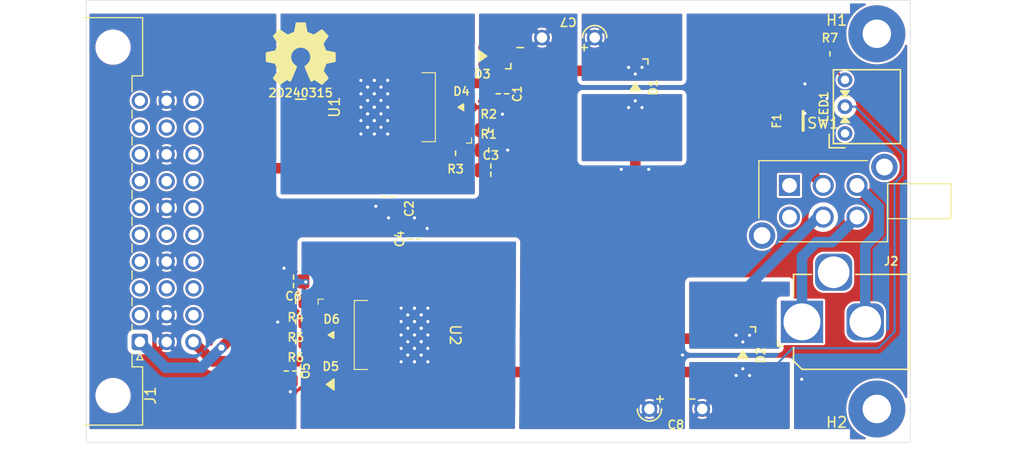
<source format=kicad_pcb>
(kicad_pcb (version 20221018) (generator pcbnew)
  (layers (0 "F.Cu" mixed) (31 "B.Cu" mixed) (34 "B.Paste" user) (35 "F.Paste" user) (36 "B.SilkS" user "B.Silkscreen") (37 "F.SilkS" user "F.Silkscreen") (38 "B.Mask" user) (39 "F.Mask" user) (44 "Edge.Cuts" user))
  (net 0 "")
  (net 1 "/V+")
  (net 2 "/5V")
  (net 10 "GND")
  (net 15 "/V-")
  (net 16 "/Vaux")
  (net 18 "/DC1p")
  (net 19 "Net-(D4-A)")
  (net 20 "/DC1n")
  (net 21 "Net-(D6-K)")
  (net 22 "/AC1_PHASE")
  (net 23 "Net-(SW1-SW1_C1)")
  (net 24 "/AC_PHASE1_IN")
  (net 25 "/AC_NEUT_IN")
  (net 30 "/SBP")
  (net 31 "/DI09")
  (net 32 "/DI10")
  (net 33 "/DI11")
  (net 34 "/DI12")
  (net 35 "/DI13")
  (net 36 "/SBN")
  (net 38 "Net-(LED1-A2)")
  (footprint "SquantorLabels:Label_Generic" (layer "F.Cu") (at 118.11 88.155)
    (fp_text reference "N1" hide)
    (fp_text value "20240315" (at 0 0) (layer "F.SilkS") (effects (font (size 0.8 0.8))))
  )
  (footprint "Symbol:OSHW-Symbol_6.7x6mm_SilkScreen" (layer "F.Cu") (at 118.11 84.455)
    (fp_text reference "N2" hide)
    (fp_text value "OHWLOGO" hide)
  )
  (footprint "SquantorCapacitor:C-050-100-elco-lying" (layer "F.Cu") (at 153.67 118.11)
    (fp_text reference "C8" (at 0 1.5 unlocked) (layer "F.SilkS") (effects (font (size 0.8 0.8))))
    (fp_text value "100uF")
    (fp_text user "+" (at -1.5 -1 unlocked) (layer "F.SilkS") (effects (font (size 0.8 0.8))))
    (fp_text user "-" (at 1.5 -1 unlocked) (layer "F.SilkS") (effects (font (size 0.8 0.8))))
    (pad "1" thru_hole circle (at -2.5 0) (size 1.5 1.5) (drill 1) (layers "*.Cu" "*.Mask") (net 10 "GND"))
    (pad "2" thru_hole circle (at 2.5 0) (size 1.5 1.5) (drill 1) (layers "*.Cu" "*.Mask") (net 20 "/DC1n"))
  )
  (footprint "SquantorResistor:R_0805+0603" (layer "F.Cu") (at 168.275 84.455)
    (fp_text reference "R7" (at 0 -1.5) (layer "F.SilkS") (effects (font (size 0.8 0.8))))
    (fp_text value "4K7")
    (pad "1" smd roundrect (at -0.775 0) (size 1.05 1.3) (layers "F.Cu" "F.Paste" "F.Mask") (net 18 "/DC1p"))
    (pad "2" smd roundrect (at 0.775 0) (size 1.05 1.3) (layers "F.Cu" "F.Paste" "F.Mask") (net 38 "Net-(LED1-A2)"))
  )
  (footprint "SquantorCapacitor:C-050-100-elco-lying" (layer "F.Cu") (at 143.48 82.9175 180)
    (fp_text reference "C7" (at 0 1.5 180 unlocked) (layer "F.SilkS") (effects (font (size 0.8 0.8))))
    (fp_text value "100uF")
    (fp_text user "-" (at 4.565 -1 180 unlocked) (layer "F.SilkS") (effects (font (size 0.8 0.8))))
    (fp_text user "+" (at -1.5 -1 180 unlocked) (layer "F.SilkS") (effects (font (size 0.8 0.8))))
    (pad "1" thru_hole circle (at -2.5 0 180) (size 1.5 1.5) (drill 1) (layers "*.Cu" "*.Mask") (net 18 "/DC1p"))
    (pad "2" thru_hole circle (at 2.5 0 180) (size 1.5 1.5) (drill 1) (layers "*.Cu" "*.Mask") (net 10 "GND"))
  )
  (footprint "SquantorResistor:R_0805+0603" (layer "F.Cu") (at 132.795 93.875 180)
    (fp_text reference "R3" (at 0 -1.5) (layer "F.SilkS") (effects (font (size 0.8 0.8))))
    (fp_text value "240")
    (pad "1" smd roundrect (at -0.775 0 180) (size 1.05 1.3) (layers "F.Cu" "F.Paste" "F.Mask") (net 19 "Net-(D4-A)"))
    (pad "2" smd roundrect (at 0.775 0 180) (size 1.05 1.3) (layers "F.Cu" "F.Paste" "F.Mask") (net 1 "/V+"))
  )
  (footprint "MountingHole:MountingHole_2.7mm_M2.5_Pad" (layer "F.Cu") (at 172.72 118.11)
    (fp_text reference "H2" (at -3.81 1.27) (layer "F.SilkS"))
    (fp_text value "MountingHole")
    (pad "1" thru_hole circle (at 0 0) (size 5.4 5.4) (drill 2.7) (layers "*.Cu" "*.Mask"))
  )
  (footprint "SquantorCapacitor:C_0805+0603" (layer "F.Cu") (at 117.435 106.02 180)
    (fp_text reference "C6" (at 0 -1.4) (layer "F.SilkS") (effects (font (size 0.8 0.8))))
    (fp_text value "10u")
    (pad "1" smd roundrect (at -0.925 0 180) (size 1.15 1.35) (layers "F.Cu" "F.Paste" "F.Mask") (roundrect_rratio 0.2) (net 21 "Net-(D6-K)"))
    (pad "2" smd roundrect (at 0.925 0 180) (size 1.15 1.35) (layers "F.Cu" "F.Paste" "F.Mask") (roundrect_rratio 0.2) (net 10 "GND"))
  )
  (footprint "SquantorIC:TO-252_D-PAK_IRF" (layer "F.Cu") (at 128.265 111.1 -90)
    (fp_text reference "U2" (at 0 -4.5 -90 unlocked) (layer "F.SilkS"))
    (fp_text value "LM337")
    (pad "1" smd roundrect (at -2.3 6.9 270) (size 1.5 2.5) (layers "F.Cu" "F.Paste" "F.Mask") (roundrect_rratio 0.1) (net 21 "Net-(D6-K)"))
    (pad "2" smd roundrect (at 0 0 270) (size 7 7) (layers "F.Cu" "F.Paste" "F.Mask") (roundrect_rratio 0.02857142857) (net 20 "/DC1n"))
    (pad "3" smd roundrect (at 2.3 6.9 270) (size 1.5 2.5) (layers "F.Cu" "F.Paste" "F.Mask") (roundrect_rratio 0.1) (net 15 "/V-"))
  )
  (footprint "SquantorConnectors:DIN41612_C3_3x10_Male_Horizontal_THT" (layer "F.Cu") (at 102.87 111.76 90)
    (fp_text reference "J1" (at -5.08 1 90) (layer "F.SilkS"))
    (fp_text value "~")
    (pad "" np_thru_hole circle (at -5.08 -2.54 90) (size 2.85 2.85) (drill 2.85) (layers "*.Cu" "*.Mask"))
    (pad "" np_thru_hole circle (at 27.94 -2.54 90) (size 2.85 2.85) (drill 2.85) (layers "*.Cu" "*.Mask"))
    (pad "A1" thru_hole roundrect (at 0 0 90) (size 1.55 1.55) (drill 1) (layers "*.Cu" "*.Mask") (roundrect_rratio 0.16129) (net 1 "/V+"))
    (pad "A2" thru_hole circle (at 2.54 0 90) (size 1.55 1.55) (drill 1) (layers "*.Cu" "*.Mask") (net 2 "/5V"))
    (pad "A3" thru_hole circle (at 5.08 0 90) (size 1.55 1.55) (drill 1) (layers "*.Cu" "*.Mask"))
    (pad "A4" thru_hole circle (at 7.62 0 90) (size 1.55 1.55) (drill 1) (layers "*.Cu" "*.Mask"))
    (pad "A5" thru_hole circle (at 10.16 0 90) (size 1.55 1.55) (drill 1) (layers "*.Cu" "*.Mask"))
    (pad "A6" thru_hole circle (at 12.7 0 90) (size 1.55 1.55) (drill 1) (layers "*.Cu" "*.Mask"))
    (pad "A7" thru_hole circle (at 15.24 0 90) (size 1.55 1.55) (drill 1) (layers "*.Cu" "*.Mask"))
    (pad "A8" thru_hole circle (at 17.78 0 90) (size 1.55 1.55) (drill 1) (layers "*.Cu" "*.Mask"))
    (pad "A9" thru_hole circle (at 20.32 0 90) (size 1.55 1.55) (drill 1) (layers "*.Cu" "*.Mask"))
    (pad "A10" thru_hole circle (at 22.86 0 90) (size 1.55 1.55) (drill 1) (layers "*.Cu" "*.Mask") (net 30 "/SBP"))
    (pad "B1" thru_hole circle (at 0 2.54 90) (size 1.55 1.55) (drill 1) (layers "*.Cu" "*.Mask") (net 10 "GND"))
    (pad "B2" thru_hole circle (at 2.54 2.54 90) (size 1.55 1.55) (drill 1) (layers "*.Cu" "*.Mask") (net 10 "GND"))
    (pad "B3" thru_hole circle (at 5.08 2.54 90) (size 1.55 1.55) (drill 1) (layers "*.Cu" "*.Mask"))
    (pad "B4" thru_hole circle (at 7.62 2.54 90) (size 1.55 1.55) (drill 1) (layers "*.Cu" "*.Mask") (net 10 "GND"))
    (pad "B5" thru_hole circle (at 10.16 2.54 90) (size 1.55 1.55) (drill 1) (layers "*.Cu" "*.Mask"))
    (pad "B6" thru_hole circle (at 12.7 2.54 90) (size 1.55 1.55) (drill 1) (layers "*.Cu" "*.Mask") (net 10 "GND"))
    (pad "B7" thru_hole circle (at 15.24 2.54 90) (size 1.55 1.55) (drill 1) (layers "*.Cu" "*.Mask"))
    (pad "B8" thru_hole circle (at 17.78 2.54 90) (size 1.55 1.55) (drill 1) (layers "*.Cu" "*.Mask") (net 10 "GND"))
    (pad "B9" thru_hole circle (at 20.32 2.54 90) (size 1.55 1.55) (drill 1) (layers "*.Cu" "*.Mask"))
    (pad "B10" thru_hole circle (at 22.86 2.54 90) (size 1.55 1.55) (drill 1) (layers "*.Cu" "*.Mask") (net 10 "GND"))
    (pad "C1" thru_hole circle (at 0 5.08 90) (size 1.55 1.55) (drill 1) (layers "*.Cu" "*.Mask") (net 15 "/V-"))
    (pad "C2" thru_hole circle (at 2.54 5.08 90) (size 1.55 1.55) (drill 1) (layers "*.Cu" "*.Mask") (net 16 "/Vaux"))
    (pad "C3" thru_hole circle (at 5.08 5.08 90) (size 1.55 1.55) (drill 1) (layers "*.Cu" "*.Mask"))
    (pad "C4" thru_hole circle (at 7.62 5.08 90) (size 1.55 1.55) (drill 1) (layers "*.Cu" "*.Mask"))
    (pad "C5" thru_hole circle (at 10.16 5.08 90) (size 1.55 1.55) (drill 1) (layers "*.Cu" "*.Mask") (net 31 "/DI09"))
    (pad "C6" thru_hole circle (at 12.7 5.08 90) (size 1.55 1.55) (drill 1) (layers "*.Cu" "*.Mask") (net 32 "/DI10"))
    (pad "C7" thru_hole circle (at 15.24 5.08 90) (size 1.55 1.55) (drill 1) (layers "*.Cu" "*.Mask") (net 33 "/DI11"))
    (pad "C8" thru_hole circle (at 17.78 5.08 90) (size 1.55 1.55) (drill 1) (layers "*.Cu" "*.Mask") (net 34 "/DI12"))
    (pad "C9" thru_hole circle (at 20.32 5.08 90) (size 1.55 1.55) (drill 1) (layers "*.Cu" "*.Mask") (net 35 "/DI13"))
    (pad "C10" thru_hole circle (at 22.86 5.08 90) (size 1.55 1.55) (drill 1) (layers "*.Cu" "*.Mask") (net 36 "/SBN"))
  )
  (footprint "SquantorDiodes:SOD-123F-hand" (layer "F.Cu") (at 120.9625 115.785)
    (fp_text reference "D5" (at 0 -1.7) (layer "F.SilkS") (effects (font (size 0.8 0.8))))
    (fp_text value "D")
    (pad "1" smd roundrect (at -1.58 0) (size 1.64 1.8) (layers "F.Cu" "F.Paste" "F.Mask") (roundrect_rratio 0.2) (net 15 "/V-"))
    (pad "2" smd roundrect (at 1.58 0) (size 1.64 1.8) (layers "F.Cu" "F.Paste" "F.Mask") (roundrect_rratio 0.2) (net 20 "/DC1n"))
  )
  (footprint "SquantorConnectors:BarrelJack_Horizontal_Holed" (layer "F.Cu") (at 165.625 109.855 180)
    (fp_text reference "J2" (at -8.45 5.75) (layer "F.SilkS") (effects (font (size 0.8 0.8))))
    (fp_text value "Jack-DC")
    (pad "1" thru_hole rect (at 0 0 180) (size 4 4) (drill 3.5) (layers "*.Cu" "*.Mask") (net 24 "/AC_PHASE1_IN"))
    (pad "2" thru_hole roundrect (at -6 0 180) (size 3.54 3.5) (drill 3) (layers "*.Cu" "*.Mask") (net 25 "/AC_NEUT_IN"))
    (pad "3" thru_hole roundrect (at -3 4.7 180) (size 3.5 3.5) (drill 3) (layers "*.Cu" "*.Mask"))
  )
  (footprint "SquantorResistor:R_0805+0603" (layer "F.Cu") (at 117.6475 109.83 180)
    (fp_text reference "R5" (at 0 -1.5) (layer "F.SilkS") (effects (font (size 0.8 0.8))))
    (fp_text value "R")
    (pad "1" smd roundrect (at -0.775 0 180) (size 1.05 1.3) (layers "F.Cu" "F.Paste" "F.Mask") (net 21 "Net-(D6-K)"))
    (pad "2" smd roundrect (at 0.775 0 180) (size 1.05 1.3) (layers "F.Cu" "F.Paste" "F.Mask") (net 10 "GND"))
  )
  (footprint "SquantorDiodes:SOD-123F-hand" (layer "F.Cu") (at 149.83 87.64 -90)
    (fp_text reference "D1" (at 0 -1.7 90) (layer "F.SilkS") (effects (font (size 0.8 0.8))))
    (fp_text value "D")
    (pad "1" smd roundrect (at -1.58 0 270) (size 1.64 1.8) (layers "F.Cu" "F.Paste" "F.Mask") (roundrect_rratio 0.2) (net 18 "/DC1p"))
    (pad "2" smd roundrect (at 1.58 0 270) (size 1.64 1.8) (layers "F.Cu" "F.Paste" "F.Mask") (roundrect_rratio 0.2) (net 22 "/AC1_PHASE"))
  )
  (footprint "SquantorDiodes:SOD-123F-hand" (layer "F.Cu") (at 135.335 84.67 180)
    (fp_text reference "D3" (at 0 -1.7) (layer "F.SilkS") (effects (font (size 0.8 0.8))))
    (fp_text value "D")
    (pad "1" smd roundrect (at -1.58 0 180) (size 1.64 1.8) (layers "F.Cu" "F.Paste" "F.Mask") (roundrect_rratio 0.2) (net 18 "/DC1p"))
    (pad "2" smd roundrect (at 1.58 0 180) (size 1.64 1.8) (layers "F.Cu" "F.Paste" "F.Mask") (roundrect_rratio 0.2) (net 1 "/V+"))
  )
  (footprint "SquantorResistor:R_0805+0603" (layer "F.Cu") (at 117.6475 111.735 180)
    (fp_text reference "R6" (at 0 -1.5) (layer "F.SilkS") (effects (font (size 0.8 0.8))))
    (fp_text value "240")
    (pad "1" smd roundrect (at -0.775 0 180) (size 1.05 1.3) (layers "F.Cu" "F.Paste" "F.Mask") (net 21 "Net-(D6-K)"))
    (pad "2" smd roundrect (at 0.775 0 180) (size 1.05 1.3) (layers "F.Cu" "F.Paste" "F.Mask") (net 15 "/V-"))
  )
  (footprint "SquantorCapacitor:C_0805+0603" (layer "F.Cu") (at 126.435 98 -90)
    (fp_text reference "C2" (at 1.125 -1.965 90) (layer "F.SilkS") (effects (font (size 0.8 0.8))))
    (fp_text value "1u")
    (pad "1" smd roundrect (at -0.925 0 270) (size 1.15 1.35) (layers "F.Cu" "F.Paste" "F.Mask") (roundrect_rratio 0.2) (net 1 "/V+"))
    (pad "2" smd roundrect (at 0.925 0 270) (size 1.15 1.35) (layers "F.Cu" "F.Paste" "F.Mask") (roundrect_rratio 0.2) (net 10 "GND"))
  )
  (footprint "SquantorRcl:F_1812-bourns" (layer "F.Cu") (at 165.735 90.805 90)
    (fp_text reference "F1" (at 0 -2.5 90 unlocked) (layer "F.SilkS") (effects (font (size 0.8 0.8))))
    (fp_text value "Fuse")
    (pad "1" smd roundrect (at -2.1 0 90) (size 1.5 3.2) (layers "F.Cu" "F.Paste" "F.Mask") (roundrect_rratio 0.2) (net 23 "Net-(SW1-SW1_C1)"))
    (pad "2" smd roundrect (at 2.1 0 90) (size 1.5 3.2) (layers "F.Cu" "F.Paste" "F.Mask") (roundrect_rratio 0.2) (net 10 "GND"))
  )
  (footprint "SquantorDiodes:SOD-323-nexperia-hand" (layer "F.Cu") (at 133.345 89.51)
    (fp_text reference "D4" (at 0 -1.5 unlocked) (layer "F.SilkS") (effects (font (size 0.8 0.8))))
    (fp_text value "D")
    (pad "1" smd roundrect (at -1.05 0) (size 0.8 0.8) (layers "F.Cu" "F.Paste" "F.Mask") (roundrect_rratio 0.2) (net 1 "/V+"))
    (pad "2" smd roundrect (at 1.05 0) (size 0.8 0.8) (layers "F.Cu" "F.Paste" "F.Mask") (roundrect_rratio 0.2) (net 19 "Net-(D4-A)"))
  )
  (footprint "SquantorCapacitor:C_0805+0603" (layer "F.Cu") (at 137.24 88.24 -90)
    (fp_text reference "C1" (at 0 -1.4 90) (layer "F.SilkS") (effects (font (size 0.8 0.8))))
    (fp_text value "1u")
    (pad "1" smd roundrect (at -0.925 0 270) (size 1.15 1.35) (layers "F.Cu" "F.Paste" "F.Mask") (roundrect_rratio 0.2) (net 18 "/DC1p"))
    (pad "2" smd roundrect (at 0.925 0 270) (size 1.15 1.35) (layers "F.Cu" "F.Paste" "F.Mask") (roundrect_rratio 0.2) (net 10 "GND"))
  )
  (footprint "SquantorIC:TO-252_D-PAK_IRF" (layer "F.Cu") (at 125.81 89.51 90)
    (fp_text reference "U1" (at 0 -4.5 90 unlocked) (layer "F.SilkS"))
    (fp_text value "LM317")
    (pad "1" smd roundrect (at -2.3 6.9 90) (size 1.5 2.5) (layers "F.Cu" "F.Paste" "F.Mask") (roundrect_rratio 0.1) (net 19 "Net-(D4-A)"))
    (pad "2" smd roundrect (at 0 0 90) (size 7 7) (layers "F.Cu" "F.Paste" "F.Mask") (roundrect_rratio 0.02857142857) (net 1 "/V+"))
    (pad "3" smd roundrect (at 2.3 6.9 90) (size 1.5 2.5) (layers "F.Cu" "F.Paste" "F.Mask") (roundrect_rratio 0.1) (net 18 "/DC1p"))
  )
  (footprint "SquantorSwitches:PS-22F02" (layer "F.Cu") (at 167.64 98.425)
    (fp_text reference "SW1" (at 0 -7.4 unlocked) (layer "F.SilkS"))
    (fp_text value "switch_DPDT")
    (pad "1" thru_hole rect (at -3.2 -1.5) (size 2 2) (drill 1.4) (layers "*.Cu" "*.Mask"))
    (pad "2" thru_hole circle (at 0 -1.5) (size 2 2) (drill 1.4) (layers "*.Cu" "*.Mask") (net 23 "Net-(SW1-SW1_C1)"))
    (pad "3" thru_hole circle (at 3.2 -1.5) (size 2 2) (drill 1.4) (layers "*.Cu" "*.Mask") (net 25 "/AC_NEUT_IN"))
    (pad "4" thru_hole circle (at 3.2 1.5) (size 2 2) (drill 1.4) (layers "*.Cu" "*.Mask") (net 24 "/AC_PHASE1_IN"))
    (pad "5" thru_hole circle (at 0 1.5) (size 2 2) (drill 1.4) (layers "*.Cu" "*.Mask") (net 22 "/AC1_PHASE"))
    (pad "6" thru_hole circle (at -3.2 1.5) (size 2 2) (drill 1.4) (layers "*.Cu" "*.Mask"))
    (pad "S" thru_hole circle (at -5.8 3.25) (size 2.5 2.5) (drill 1.6) (layers "*.Cu" "*.Mask"))
    (pad "S" thru_hole circle (at 5.8 -3.25) (size 2.5 2.5) (drill 1.6) (layers "*.Cu" "*.Mask"))
  )
  (footprint "SquantorCapacitor:C_0805+0603" (layer "F.Cu") (at 117.1525 114.515 -90)
    (fp_text reference "C5" (at 0 -1.4 90) (layer "F.SilkS") (effects (font (size 0.8 0.8))))
    (fp_text value "1u")
    (pad "1" smd roundrect (at -0.925 0 270) (size 1.15 1.35) (layers "F.Cu" "F.Paste" "F.Mask") (roundrect_rratio 0.2) (net 15 "/V-"))
    (pad "2" smd roundrect (at 0.925 0 270) (size 1.15 1.35) (layers "F.Cu" "F.Paste" "F.Mask") (roundrect_rratio 0.2) (net 10 "GND"))
  )
  (footprint "MountingHole:MountingHole_2.7mm_M2.5_Pad" (layer "F.Cu") (at 172.72 82.55)
    (fp_text reference "H1" (at -3.81 -1.27) (layer "F.SilkS"))
    (fp_text value "MountingHole")
    (pad "1" thru_hole circle (at 0 0) (size 5.4 5.4) (drill 2.7) (layers "*.Cu" "*.Mask"))
  )
  (footprint "SquantorCapacitor:C_0805+0603" (layer "F.Cu") (at 136.135 95.475)
    (fp_text reference "C3" (at 0 -1.4) (layer "F.SilkS") (effects (font (size 0.8 0.8))))
    (fp_text value "10u")
    (pad "1" smd roundrect (at -0.925 0) (size 1.15 1.35) (layers "F.Cu" "F.Paste" "F.Mask") (roundrect_rratio 0.2) (net 19 "Net-(D4-A)"))
    (pad "2" smd roundrect (at 0.925 0) (size 1.15 1.35) (layers "F.Cu" "F.Paste" "F.Mask") (roundrect_rratio 0.2) (net 10 "GND"))
  )
  (footprint "SquantorDiodes:LED_DUAL_TH245_90deg" (layer "F.Cu") (at 169.7025 89.46 90)
    (fp_text reference "LED1" (at 0 -2 90 unlocked) (layer "F.SilkS") (effects (font (size 0.8 0.8))))
    (fp_text value "LED_Dual_CC")
    (pad "1" thru_hole circle (at -2.54 0 90) (size 1.4 1.4) (drill 0.8) (layers "*.Cu" "*.Mask"))
    (pad "2" thru_hole circle (at 0 0 90) (size 1.4 1.4) (drill 0.8) (layers "*.Cu" "*.Mask") (net 20 "/DC1n"))
    (pad "3" thru_hole circle (at 2.54 0 90) (size 1.4 1.4) (drill 0.8) (layers "*.Cu" "*.Mask") (net 38 "Net-(LED1-A2)"))
  )
  (footprint "SquantorResistor:R_0805+0603" (layer "F.Cu") (at 135.935 91.675)
    (fp_text reference "R2" (at 0 -1.5) (layer "F.SilkS") (effects (font (size 0.8 0.8))))
    (fp_text value "R")
    (pad "1" smd roundrect (at -0.775 0) (size 1.05 1.3) (layers "F.Cu" "F.Paste" "F.Mask") (net 19 "Net-(D4-A)"))
    (pad "2" smd roundrect (at 0.775 0) (size 1.05 1.3) (layers "F.Cu" "F.Paste" "F.Mask") (net 10 "GND"))
  )
  (footprint "SquantorDiodes:SOD-123F-hand" (layer "F.Cu") (at 160.02 113.03 -90)
    (fp_text reference "D2" (at 0 -1.7 90) (layer "F.SilkS") (effects (font (size 0.8 0.8))))
    (fp_text value "D")
    (pad "1" smd roundrect (at -1.58 0 270) (size 1.64 1.8) (layers "F.Cu" "F.Paste" "F.Mask") (roundrect_rratio 0.2) (net 22 "/AC1_PHASE"))
    (pad "2" smd roundrect (at 1.58 0 270) (size 1.64 1.8) (layers "F.Cu" "F.Paste" "F.Mask") (roundrect_rratio 0.2) (net 20 "/DC1n"))
  )
  (footprint "SquantorCapacitor:C_0805+0603" (layer "F.Cu") (at 128.9 102 90)
    (fp_text reference "C4" (at 0 -1.4 90) (layer "F.SilkS") (effects (font (size 0.8 0.8))))
    (fp_text value "1u")
    (pad "1" smd roundrect (at -0.925 0 90) (size 1.15 1.35) (layers "F.Cu" "F.Paste" "F.Mask") (roundrect_rratio 0.2) (net 20 "/DC1n"))
    (pad "2" smd roundrect (at 0.925 0 90) (size 1.15 1.35) (layers "F.Cu" "F.Paste" "F.Mask") (roundrect_rratio 0.2) (net 10 "GND"))
  )
  (footprint "SquantorResistor:R_0805+0603" (layer "F.Cu") (at 117.6475 107.925 180)
    (fp_text reference "R4" (at 0 -1.5) (layer "F.SilkS") (effects (font (size 0.8 0.8))))
    (fp_text value "R")
    (pad "1" smd roundrect (at -0.775 0 180) (size 1.05 1.3) (layers "F.Cu" "F.Paste" "F.Mask") (net 21 "Net-(D6-K)"))
    (pad "2" smd roundrect (at 0.775 0 180) (size 1.05 1.3) (layers "F.Cu" "F.Paste" "F.Mask") (net 10 "GND"))
  )
  (footprint "SquantorDiodes:SOD-323-nexperia-hand" (layer "F.Cu") (at 121.0425 111.1)
    (fp_text reference "D6" (at 0 -1.5 unlocked) (layer "F.SilkS") (effects (font (size 0.8 0.8))))
    (fp_text value "D")
    (pad "1" smd roundrect (at -1.05 0) (size 0.8 0.8) (layers "F.Cu" "F.Paste" "F.Mask") (roundrect_rratio 0.2) (net 21 "Net-(D6-K)"))
    (pad "2" smd roundrect (at 1.05 0) (size 0.8 0.8) (layers "F.Cu" "F.Paste" "F.Mask") (roundrect_rratio 0.2) (net 15 "/V-"))
  )
  (footprint "SquantorResistor:R_0805+0603" (layer "F.Cu") (at 135.935 93.575)
    (fp_text reference "R1" (at 0 -1.5) (layer "F.SilkS") (effects (font (size 0.8 0.8))))
    (fp_text value "R")
    (pad "1" smd roundrect (at -0.775 0) (size 1.05 1.3) (layers "F.Cu" "F.Paste" "F.Mask") (net 19 "Net-(D4-A)"))
    (pad "2" smd roundrect (at 0.775 0) (size 1.05 1.3) (layers "F.Cu" "F.Paste" "F.Mask") (net 10 "GND"))
  )
  (gr_line (start 97.79 79.375) (end 175.895 79.375) (stroke (width 0.05)) (layer "Edge.Cuts"))
  (gr_line (start 97.79 121.285) (end 97.79 79.375) (stroke (width 0.05)) (layer "Edge.Cuts"))
  (gr_line (start 175.895 79.375) (end 175.895 121.285) (stroke (width 0.05)) (layer "Edge.Cuts"))
  (gr_line (start 175.895 121.285) (end 97.79 121.285) (stroke (width 0.05)) (layer "Edge.Cuts"))
  (segment (start 110.6 112.3) (end 114.8 108.1) (width 1) (layer "F.Cu") (net 1))
  (segment (start 114.8 95.7) (end 115.2 95.3) (width 1) (layer "F.Cu") (net 1))
  (segment (start 114.8 108.1) (end 114.8 95.7) (width 1) (layer "F.Cu") (net 1))
  (segment (start 115.2 95.3) (end 120.02 95.3) (width 1) (layer "F.Cu") (net 1))
  (segment (start 120.02 95.3) (end 125.81 89.51) (width 1) (layer "F.Cu") (net 1))
  (via (at 125.725 91.415) (size 0.6) (drill 0.3) (layers "F.Cu" "B.Cu") (net 1))
  (via (at 123.82 89.51) (size 0.6) (drill 0.3) (layers "F.Cu" "B.Cu") (net 1))
  (via (at 124.455 88.875) (size 0.6) (drill 0.3) (layers "F.Cu" "B.Cu") (net 1))
  (via (at 125.09 90.78) (size 0.6) (drill 0.3) (layers "F.Cu" "B.Cu") (net 1))
  (via (at 125.09 92.05) (size 0.6) (drill 0.3) (layers "F.Cu" "B.Cu") (net 1))
  (via (at 125.09 92.05) (size 0.6) (drill 0.3) (layers "F.Cu" "B.Cu") (net 1))
  (via (at 123.82 86.97) (size 0.6) (drill 0.3) (layers "F.Cu" "B.Cu") (net 1))
  (via (at 110.6 112.3) (size 1) (drill 0.6) (layers "F.Cu" "B.Cu") (net 1))
  (via (at 123.82 90.78) (size 0.6) (drill 0.3) (layers "F.Cu" "B.Cu") (net 1))
  (via (at 125.725 90.145) (size 0.6) (drill 0.3) (layers "F.Cu" "B.Cu") (net 1))
  (via (at 126.36 89.51) (size 0.6) (drill 0.3) (layers "F.Cu" "B.Cu") (net 1))
  (via (at 125.09 88.24) (size 0.6) (drill 0.3) (layers "F.Cu" "B.Cu") (net 1))
  (via (at 125.09 89.51) (size 0.6) (drill 0.3) (layers "F.Cu" "B.Cu") (net 1))
  (via (at 125.09 90.78) (size 0.6) (drill 0.3) (layers "F.Cu" "B.Cu") (net 1))
  (via (at 125.09 89.51) (size 0.6) (drill 0.3) (layers "F.Cu" "B.Cu") (net 1))
  (via (at 125.09 86.97) (size 0.6) (drill 0.3) (layers "F.Cu" "B.Cu") (net 1))
  (via (at 124.455 87.605) (size 0.6) (drill 0.3) (layers "F.Cu" "B.Cu") (net 1))
  (via (at 124.455 91.415) (size 0.6) (drill 0.3) (layers "F.Cu" "B.Cu") (net 1))
  (via (at 123.82 92.05) (size 0.6) (drill 0.3) (layers "F.Cu" "B.Cu") (net 1))
  (via (at 124.455 87.605) (size 0.6) (drill 0.3) (layers "F.Cu" "B.Cu") (net 1))
  (via (at 125.09 86.97) (size 0.6) (drill 0.3) (layers "F.Cu" "B.Cu") (net 1))
  (via (at 126.36 88.24) (size 0.6) (drill 0.3) (layers "F.Cu" "B.Cu") (net 1))
  (via (at 124.455 90.145) (size 0.6) (drill 0.3) (layers "F.Cu" "B.Cu") (net 1))
  (via (at 126.36 86.97) (size 0.6) (drill 0.3) (layers "F.Cu" "B.Cu") (net 1))
  (via (at 124.455 90.145) (size 0.6) (drill 0.3) (layers "F.Cu" "B.Cu") (net 1))
  (via (at 125.725 87.605) (size 0.6) (drill 0.3) (layers "F.Cu" "B.Cu") (net 1))
  (via (at 126.36 90.78) (size 0.6) (drill 0.3) (layers "F.Cu" "B.Cu") (net 1))
  (via (at 126.36 92.05) (size 0.6) (drill 0.3) (layers "F.Cu" "B.Cu") (net 1))
  (via (at 125.09 88.24) (size 0.6) (drill 0.3) (layers "F.Cu" "B.Cu") (net 1))
  (via (at 125.725 88.875) (size 0.6) (drill 0.3) (layers "F.Cu" "B.Cu") (net 1))
  (via (at 123.82 88.24) (size 0.6) (drill 0.3) (layers "F.Cu" "B.Cu") (net 1))
  (via (at 124.455 91.415) (size 0.6) (drill 0.3) (layers "F.Cu" "B.Cu") (net 1))
  (via (at 124.455 88.875) (size 0.6) (drill 0.3) (layers "F.Cu" "B.Cu") (net 1))
  (segment (start 105.31 114.2) (end 108.7 114.2) (width 1) (layer "B.Cu") (net 1))
  (segment (start 108.7 114.2) (end 110.6 112.3) (width 1) (layer "B.Cu") (net 1))
  (segment (start 102.87 111.76) (end 105.31 114.2) (width 1) (layer "B.Cu") (net 1))
  (via (at 115.935 109.875) (size 0.6) (drill 0.3) (layers "F.Cu" "B.Cu") (net 10))
  (via (at 126.435 100) (size 0.6) (drill 0.3) (layers "F.Cu" "B.Cu") (net 10))
  (via (at 137.735 93.575) (size 0.6) (drill 0.3) (layers "F.Cu" "B.Cu") (net 10))
  (via (at 154.3 113) (size 0.6) (drill 0.3) (layers "F.Cu" "B.Cu") (net 10))
  (via (at 116.535 104.775) (size 0.6) (drill 0.3) (layers "F.Cu" "B.Cu") (net 10))
  (via (at 137.235 90.175) (size 0.6) (drill 0.3) (layers "F.Cu" "B.Cu") (net 10))
  (via (at 117.135 116.475) (size 0.6) (drill 0.3) (layers "F.Cu" "B.Cu") (net 10))
  (via (at 125.235 98.9) (size 0.6) (drill 0.3) (layers "F.Cu" "B.Cu") (net 10))
  (via (at 168 88.7) (size 0.6) (drill 0.3) (layers "F.Cu" "B.Cu") (net 10))
  (via (at 130.1 101) (size 0.6) (drill 0.3) (layers "F.Cu" "B.Cu") (net 10))
  (via (at 165.6 115.3) (size 0.6) (drill 0.3) (layers "F.Cu" "B.Cu") (net 10))
  (via (at 148.5 95.4) (size 0.6) (drill 0.3) (layers "F.Cu" "B.Cu") (net 10))
  (via (at 128.9 100) (size 0.6) (drill 0.3) (layers "F.Cu" "B.Cu") (net 10))
  (via (at 165.9 90.1) (size 0.6) (drill 0.3) (layers "F.Cu" "B.Cu") (net 10))
  (via (at 165.9 87.3) (size 0.6) (drill 0.3) (layers "F.Cu" "B.Cu") (net 10))
  (via (at 118.6 106.075) (size 0.6) (drill 0.3) (layers "F.Cu" "B.Cu") (net 10))
  (via (at 151.1 95.4) (size 0.6) (drill 0.3) (layers "F.Cu" "B.Cu") (net 10))
  (segment (start 116.8725 111.735) (end 116.8725 113.31) (width 0.4) (layer "F.Cu") (net 15))
  (segment (start 116.8725 113.31) (end 117.1525 113.59) (width 0.4) (layer "F.Cu") (net 15))
  (segment (start 119.42 113.59) (end 117.1525 113.59) (width 1) (layer "F.Cu") (net 15))
  (segment (start 109.805 113.615) (end 107.95 111.76) (width 1) (layer "F.Cu") (net 15))
  (segment (start 119.3825 113.6275) (end 119.42 113.59) (width 1) (layer "F.Cu") (net 15))
  (segment (start 117.1525 113.59) (end 109.83 113.59) (width 1) (layer "F.Cu") (net 15))
  (segment (start 121.365 113.4) (end 119.61 113.4) (width 1) (layer "F.Cu") (net 15))
  (segment (start 109.83 113.59) (end 109.805 113.615) (width 1) (layer "F.Cu") (net 15))
  (segment (start 119.61 113.4) (end 119.42 113.59) (width 1) (layer "F.Cu") (net 15))
  (segment (start 122.0925 111.1) (end 122.0925 111.7175) (width 0.4) (layer "F.Cu") (net 15))
  (segment (start 119.3825 115.785) (end 119.3825 113.6275) (width 1) (layer "F.Cu") (net 15))
  (segment (start 121.365 112.445) (end 121.365 113.4) (width 0.4) (layer "F.Cu") (net 15))
  (segment (start 122.0925 111.7175) (end 121.365 112.445) (width 0.4) (layer "F.Cu") (net 15))
  (segment (start 135.87 87.21) (end 132.71 87.21) (width 1) (layer "F.Cu") (net 18))
  (segment (start 137.24 87.315) (end 135.975 87.315) (width 1) (layer "F.Cu") (net 18))
  (segment (start 136.915 84.67) (end 136.915 85.855) (width 1) (layer "F.Cu") (net 18))
  (segment (start 137.24 86.18) (end 137.24 87.315) (width 1) (layer "F.Cu") (net 18))
  (segment (start 149.83 86.06) (end 143.64 86.06) (width 1) (layer "F.Cu") (net 18))
  (segment (start 135.975 87.315) (end 135.87 87.21) (width 1) (layer "F.Cu") (net 18))
  (segment (start 136.915 85.855) (end 137.24 86.18) (width 1) (layer "F.Cu") (net 18))
  (segment (start 142.385 87.315) (end 137.24 87.315) (width 1) (layer "F.Cu") (net 18))
  (segment (start 143.64 86.06) (end 142.385 87.315) (width 1) (layer "F.Cu") (net 18))
  (via (at 149.195 85.735) (size 0.6) (drill 0.3) (layers "F.Cu" "B.Cu") (net 18))
  (via (at 150.465 85.735) (size 0.6) (drill 0.3) (layers "F.Cu" "B.Cu") (net 18))
  (via (at 149.83 86.37) (size 0.6) (drill 0.3) (layers "F.Cu" "B.Cu") (net 18))
  (segment (start 135.16 89.6) (end 135.16 91.675) (width 0.4) (layer "F.Cu") (net 19))
  (segment (start 135.16 93.575) (end 135.16 95.425) (width 0.4) (layer "F.Cu") (net 19))
  (segment (start 135.16 91.675) (end 135.16 93.575) (width 0.4) (layer "F.Cu") (net 19))
  (segment (start 133.87 93.575) (end 133.57 93.875) (width 0.4) (layer "F.Cu") (net 19))
  (segment (start 135.16 93.575) (end 133.87 93.575) (width 0.4) (layer "F.Cu") (net 19))
  (segment (start 134.395 89.51) (end 135.07 89.51) (width 0.4) (layer "F.Cu") (net 19))
  (segment (start 133.57 92.11) (end 133.57 93.875) (width 0.4) (layer "F.Cu") (net 19))
  (segment (start 132.71 91.81) (end 133.27 91.81) (width 0.4) (layer "F.Cu") (net 19))
  (segment (start 133.27 91.81) (end 133.57 92.11) (width 0.4) (layer "F.Cu") (net 19))
  (segment (start 135.07 89.51) (end 135.16 89.6) (width 0.4) (layer "F.Cu") (net 19))
  (segment (start 135.16 95.425) (end 135.21 95.475) (width 0.4) (layer "F.Cu") (net 19))
  (segment (start 133.06 111.1) (end 128.9 111.1) (width 1) (layer "F.Cu") (net 20))
  (segment (start 136.57 114.61) (end 133.06 111.1) (width 1) (layer "F.Cu") (net 20))
  (segment (start 160.02 114.61) (end 136.57 114.61) (width 1) (layer "F.Cu") (net 20))
  (via (at 128.265 113.005) (size 0.6) (drill 0.3) (layers "F.Cu" "B.Cu") (net 20))
  (via (at 128.9 109.83) (size 0.6) (drill 0.3) (layers "F.Cu" "B.Cu") (net 20))
  (via (at 129.535 110.465) (size 0.6) (drill 0.3) (layers "F.Cu" "B.Cu") (net 20))
  (via (at 128.9 111.1) (size 0.6) (drill 0.3) (layers "F.Cu" "B.Cu") (net 20))
  (via (at 127.63 109.83) (size 0.6) (drill 0.3) (layers "F.Cu" "B.Cu") (net 20))
  (via (at 159.385 114.935) (size 0.6) (drill 0.3) (layers "F.Cu" "B.Cu") (net 20))
  (via (at 127.63 112.37) (size 0.6) (drill 0.3) (layers "F.Cu" "B.Cu") (net 20))
  (via (at 129.535 111.735) (size 0.6) (drill 0.3) (layers "F.Cu" "B.Cu") (net 20))
  (via (at 128.265 109.195) (size 0.6) (drill 0.3) (layers "F.Cu" "B.Cu") (net 20))
  (via (at 130.17 109.83) (size 0.6) (drill 0.3) (layers "F.Cu" "B.Cu") (net 20))
  (via (at 160.655 114.935) (size 0.6) (drill 0.3) (layers "F.Cu" "B.Cu") (net 20))
  (via (at 128.265 111.735) (size 0.6) (drill 0.3) (layers "F.Cu" "B.Cu") (net 20))
  (via (at 130.17 108.56) (size 0.6) (drill 0.3) (layers "F.Cu" "B.Cu") (net 20))
  (via (at 128.9 108.56) (size 0.6) (drill 0.3) (layers "F.Cu" "B.Cu") (net 20))
  (via (at 128.9 111.1) (size 0.6) (drill 0.3) (layers "F.Cu" "B.Cu") (net 20))
  (via (at 128.265 110.465) (size 0.6) (drill 0.3) (layers "F.Cu" "B.Cu") (net 20))
  (via (at 130.17 111.1) (size 0.6) (drill 0.3) (layers "F.Cu" "B.Cu") (net 20))
  (via (at 127.63 113.64) (size 0.6) (drill 0.3) (layers "F.Cu" "B.Cu") (net 20))
  (via (at 128.9 108.56) (size 0.6) (drill 0.3) (layers "F.Cu" "B.Cu") (net 20))
  (via (at 128.9 109.83) (size 0.6) (drill 0.3) (layers "F.Cu" "B.Cu") (net 20))
  (via (at 130.17 112.37) (size 0.6) (drill 0.3) (layers "F.Cu" "B.Cu") (net 20))
  (via (at 129.535 113.005) (size 0.6) (drill 0.3) (layers "F.Cu" "B.Cu") (net 20))
  (via (at 160.02 114.3) (size 0.6) (drill 0.3) (layers "F.Cu" "B.Cu") (net 20))
  (via (at 130.17 113.64) (size 0.6) (drill 0.3) (layers "F.Cu" "B.Cu") (net 20))
  (via (at 129.535 109.195) (size 0.6) (drill 0.3) (layers "F.Cu" "B.Cu") (net 20))
  (via (at 129.535 111.735) (size 0.6) (drill 0.3) (layers "F.Cu" "B.Cu") (net 20))
  (via (at 129.535 109.195) (size 0.6) (drill 0.3) (layers "F.Cu" "B.Cu") (net 20))
  (via (at 128.9 113.64) (size 0.6) (drill 0.3) (layers "F.Cu" "B.Cu") (net 20))
  (via (at 128.9 112.37) (size 0.6) (drill 0.3) (layers "F.Cu" "B.Cu") (net 20))
  (via (at 128.9 113.64) (size 0.6) (drill 0.3) (layers "F.Cu" "B.Cu") (net 20))
  (via (at 127.63 111.1) (size 0.6) (drill 0.3) (layers "F.Cu" "B.Cu") (net 20))
  (via (at 129.535 113.005) (size 0.6) (drill 0.3) (layers "F.Cu" "B.Cu") (net 20))
  (via (at 129.535 110.465) (size 0.6) (drill 0.3) (layers "F.Cu" "B.Cu") (net 20))
  (via (at 127.63 108.56) (size 0.6) (drill 0.3) (layers "F.Cu" "B.Cu") (net 20))
  (via (at 128.9 112.37) (size 0.6) (drill 0.3) (layers "F.Cu" "B.Cu") (net 20))
  (segment (start 175.19 93.957551) (end 175.19 95.899874) (width 0.2) (layer "B.Cu") (net 20))
  (segment (start 174.4 96.689874) (end 174.4 110.801842) (width 0.2) (layer "B.Cu") (net 20))
  (segment (start 172.846842 112.355) (end 164.745 112.355) (width 0.2) (layer "B.Cu") (net 20))
  (segment (start 175.19 95.899874) (end 174.4 96.689874) (width 0.2) (layer "B.Cu") (net 20))
  (segment (start 162.165 114.935) (end 160.655 114.935) (width 0.2) (layer "B.Cu") (net 20))
  (segment (start 169.7025 89.46) (end 170.692449 89.46) (width 0.2) (layer "B.Cu") (net 20))
  (segment (start 170.692449 89.46) (end 175.19 93.957551) (width 0.2) (layer "B.Cu") (net 20))
  (segment (start 164.745 112.355) (end 162.165 114.935) (width 0.2) (layer "B.Cu") (net 20))
  (segment (start 174.4 110.801842) (end 172.846842 112.355) (width 0.2) (layer "B.Cu") (net 20))
  (segment (start 119.9925 110.3175) (end 119.9925 111.1) (width 0.4) (layer "F.Cu") (net 21))
  (segment (start 119.9925 111.1) (end 119.9925 111.7175) (width 0.4) (layer "F.Cu") (net 21))
  (segment (start 118.5625 111.875) (end 118.4225 111.735) (width 0.4) (layer "F.Cu") (net 21))
  (segment (start 121.035 110.075) (end 120.235 110.075) (width 0.4) (layer "F.Cu") (net 21))
  (segment (start 120.235 110.075) (end 119.9925 110.3175) (width 0.4) (layer "F.Cu") (net 21))
  (segment (start 118.4225 109.83) (end 118.4225 107.925) (width 0.4) (layer "F.Cu") (net 21))
  (segment (start 118.4225 107.925) (end 118.4225 106.0825) (width 0.4) (layer "F.Cu") (net 21))
  (segment (start 119.835 111.875) (end 118.5625 111.875) (width 0.4) (layer "F.Cu") (net 21))
  (segment (start 121.365 108.8) (end 121.365 109.745) (width 0.4) (layer "F.Cu") (net 21))
  (segment (start 118.4225 106.0825) (end 118.36 106.02) (width 0.4) (layer "F.Cu") (net 21))
  (segment (start 118.4225 111.735) (end 118.4225 109.83) (width 0.4) (layer "F.Cu") (net 21))
  (segment (start 119.9925 111.7175) (end 119.835 111.875) (width 0.4) (layer "F.Cu") (net 21))
  (segment (start 121.365 109.745) (end 121.035 110.075) (width 0.4) (layer "F.Cu") (net 21))
  (segment (start 149.83 107.63) (end 153.65 111.45) (width 1) (layer "F.Cu") (net 22))
  (segment (start 149.83 89.22) (end 149.83 107.63) (width 1) (layer "F.Cu") (net 22))
  (segment (start 153.65 111.45) (end 160.02 111.45) (width 1) (layer "F.Cu") (net 22))
  (segment (start 167.64 99.925) (end 167.595102 99.925) (width 1) (layer "F.Cu") (net 22))
  (via (at 159.385 111.125) (size 0.6) (drill 0.3) (layers "F.Cu" "B.Cu") (net 22))
  (via (at 149.195 89.545) (size 0.6) (drill 0.3) (layers "F.Cu" "B.Cu") (net 22))
  (via (at 160.655 111.125) (size 0.6) (drill 0.3) (layers "F.Cu" "B.Cu") (net 22))
  (via (at 150.465 89.545) (size 0.6) (drill 0.3) (layers "F.Cu" "B.Cu") (net 22))
  (via (at 149.83 88.91) (size 0.6) (drill 0.3) (layers "F.Cu" "B.Cu") (net 22))
  (via (at 160.02 111.76) (size 0.6) (drill 0.3) (layers "F.Cu" "B.Cu") (net 22))
  (segment (start 167.127006 99.925) (end 160.02 107.032006) (width 1) (layer "B.Cu") (net 22))
  (segment (start 160.02 107.032006) (end 160.02 111.76) (width 1) (layer "B.Cu") (net 22))
  (segment (start 167.64 99.925) (end 167.127006 99.925) (width 1) (layer "B.Cu") (net 22))
  (segment (start 165.735 94.235) (end 165.735 92.905) (width 1) (layer "F.Cu") (net 23))
  (segment (start 167.64 96.925) (end 166.6 95.885) (width 1) (layer "F.Cu") (net 23))
  (segment (start 166.6 95.1) (end 165.735 94.235) (width 1) (layer "F.Cu") (net 23))
  (segment (start 166.6 95.885) (end 166.6 95.1) (width 1) (layer "F.Cu") (net 23))
  (segment (start 168.465 102.3) (end 170.84 99.925) (width 1) (layer "B.Cu") (net 24))
  (segment (start 165.625 103.675) (end 167 102.3) (width 1) (layer "B.Cu") (net 24))
  (segment (start 167 102.3) (end 168.465 102.3) (width 1) (layer "B.Cu") (net 24))
  (segment (start 165.625 109.855) (end 165.625 103.675) (width 1) (layer "B.Cu") (net 24))
  (segment (start 171.625 102.675) (end 172.9 101.4) (width 1) (layer "B.Cu") (net 25))
  (segment (start 172.9 98.985) (end 170.84 96.925) (width 1) (layer "B.Cu") (net 25))
  (segment (start 172.9 101.4) (end 172.9 98.985) (width 1) (layer "B.Cu") (net 25))
  (segment (start 171.625 109.855) (end 171.625 102.675) (width 1) (layer "B.Cu") (net 25))
  (segment (start 169.7025 86.92) (end 169.05 86.2675) (width 0.2) (layer "F.Cu") (net 38))
  (segment (start 169.05 86.2675) (end 169.05 84.455) (width 0.2) (layer "F.Cu") (net 38))
  (zone (net 1) (net_name "/V+") (layers "F&B.Cu") (priority 1) (connect_pads (clearance 0.2)) (min_thickness 0.2) (fill yes (thermal_gap 0.2) (thermal_bridge_width 0.5))
    (polygon (pts (xy 134.615 97.765) (xy 116.2 97.765) (xy 116.2 80.62) (xy 134.615 80.62)))
  )
  (zone (net 18) (net_name "/DC1p") (layers "F&B.Cu") (priority 3) (connect_pads (clearance 0.2)) (min_thickness 0.2) (fill yes (thermal_gap 0.2) (thermal_bridge_width 0.5) (island_removal_mode 1) (island_area_min 10))
    (polygon (pts (xy 144.75 80.655) (xy 154.275 80.655) (xy 154.275 87.005) (xy 144.75 87.005)))
  )
  (zone (net 22) (net_name "/AC1_PHASE") (layers "F&B.Cu") (priority 3) (connect_pads (clearance 0.2)) (min_thickness 0.2) (fill yes (thermal_gap 0.2) (thermal_bridge_width 0.5) (island_removal_mode 1) (island_area_min 10))
    (polygon (pts (xy 144.75 88.275) (xy 154.275 88.275) (xy 154.275 94.625) (xy 144.75 94.625)))
  )
  (zone (net 10) (net_name "GND") (layers "F&B.Cu") (connect_pads (clearance 0.2)) (min_thickness 0.2) (fill yes (thermal_gap 0.2) (thermal_bridge_width 0.5))
    (polygon (pts (xy 97.79 79.375) (xy 175.895 79.375) (xy 175.895 121.285) (xy 97.79 121.285)))
  )
  (zone (net 20) (net_name "/DC1n") (layers "F&B.Cu") (priority 3) (connect_pads (clearance 0.2)) (min_thickness 0.2) (fill yes (thermal_gap 0.2) (thermal_bridge_width 0.5) (island_removal_mode 1) (island_area_min 10))
    (polygon (pts (xy 154.94 113.665) (xy 164.465 113.665) (xy 164.465 120.015) (xy 154.94 120.015)))
  )
  (zone (net 22) (net_name "/AC1_PHASE") (layers "F&B.Cu") (priority 3) (connect_pads (clearance 0.2)) (min_thickness 0.2) (fill yes (thermal_gap 0.2) (thermal_bridge_width 0.5) (island_removal_mode 1) (island_area_min 10))
    (polygon (pts (xy 154.94 106.045) (xy 164.465 106.045) (xy 164.465 112.395) (xy 154.94 112.395)))
  )
  (zone (net 20) (net_name "/DC1n") (layers "F&B.Cu") (priority 2) (connect_pads (clearance 0.2)) (min_thickness 0.2) (fill yes (thermal_gap 0.2) (thermal_bridge_width 0.5))
    (polygon (pts (xy 138.425 119.99) (xy 138.525 102.24) (xy 118.205 102.24) (xy 118.105 119.99)))
  )
  (zone locked (net 0) (net_name "") (layers "F&B.Cu" "Edge.Cuts") (name "bottom keepout") (connect_pads (clearance 0)) (min_thickness 0.25)
    (keepout (tracks not_allowed) (vias not_allowed) (pads not_allowed) (copperpour not_allowed) (footprints not_allowed))
    (fill (thermal_gap 0.5) (thermal_bridge_width 0.5))
    (polygon (pts (xy 97.79 121.285) (xy 97.79 120.015) (xy 170.18 120.015) (xy 170.18 121.285)))
  )
  (zone (net 0) (net_name "") (layers "F&B.Cu" "Edge.Cuts") (connect_pads (clearance 0)) (min_thickness 0.25)
    (keepout (tracks not_allowed) (vias not_allowed) (pads not_allowed) (copperpour not_allowed) (footprints not_allowed))
    (fill (thermal_gap 0.5) (thermal_bridge_width 0.5))
    (polygon (pts (xy 97.79 79.375) (xy 97.79 80.645) (xy 170.18 80.645) (xy 170.18 79.375)))
  )
)
</source>
